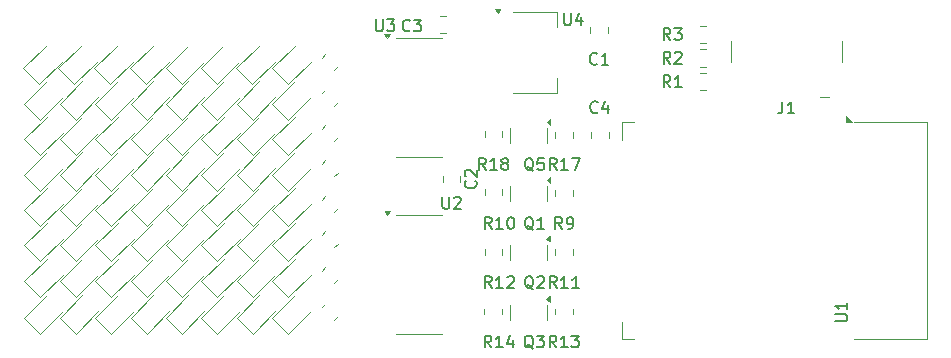
<source format=gbr>
%TF.GenerationSoftware,KiCad,Pcbnew,7.0.11-7.0.11~ubuntu22.04.1*%
%TF.CreationDate,2024-08-16T07:19:45+02:00*%
%TF.ProjectId,Fri3dGadget,46726933-6447-4616-9467-65742e6b6963,rev?*%
%TF.SameCoordinates,Original*%
%TF.FileFunction,Legend,Top*%
%TF.FilePolarity,Positive*%
%FSLAX46Y46*%
G04 Gerber Fmt 4.6, Leading zero omitted, Abs format (unit mm)*
G04 Created by KiCad (PCBNEW 7.0.11-7.0.11~ubuntu22.04.1) date 2024-08-16 07:19:45*
%MOMM*%
%LPD*%
G01*
G04 APERTURE LIST*
%ADD10C,0.150000*%
%ADD11C,0.120000*%
G04 APERTURE END LIST*
D10*
X121095833Y-46454819D02*
X120762500Y-45978628D01*
X120524405Y-46454819D02*
X120524405Y-45454819D01*
X120524405Y-45454819D02*
X120905357Y-45454819D01*
X120905357Y-45454819D02*
X121000595Y-45502438D01*
X121000595Y-45502438D02*
X121048214Y-45550057D01*
X121048214Y-45550057D02*
X121095833Y-45645295D01*
X121095833Y-45645295D02*
X121095833Y-45788152D01*
X121095833Y-45788152D02*
X121048214Y-45883390D01*
X121048214Y-45883390D02*
X121000595Y-45931009D01*
X121000595Y-45931009D02*
X120905357Y-45978628D01*
X120905357Y-45978628D02*
X120524405Y-45978628D01*
X121429167Y-45454819D02*
X122048214Y-45454819D01*
X122048214Y-45454819D02*
X121714881Y-45835771D01*
X121714881Y-45835771D02*
X121857738Y-45835771D01*
X121857738Y-45835771D02*
X121952976Y-45883390D01*
X121952976Y-45883390D02*
X122000595Y-45931009D01*
X122000595Y-45931009D02*
X122048214Y-46026247D01*
X122048214Y-46026247D02*
X122048214Y-46264342D01*
X122048214Y-46264342D02*
X122000595Y-46359580D01*
X122000595Y-46359580D02*
X121952976Y-46407200D01*
X121952976Y-46407200D02*
X121857738Y-46454819D01*
X121857738Y-46454819D02*
X121572024Y-46454819D01*
X121572024Y-46454819D02*
X121476786Y-46407200D01*
X121476786Y-46407200D02*
X121429167Y-46359580D01*
X111457142Y-67454819D02*
X111123809Y-66978628D01*
X110885714Y-67454819D02*
X110885714Y-66454819D01*
X110885714Y-66454819D02*
X111266666Y-66454819D01*
X111266666Y-66454819D02*
X111361904Y-66502438D01*
X111361904Y-66502438D02*
X111409523Y-66550057D01*
X111409523Y-66550057D02*
X111457142Y-66645295D01*
X111457142Y-66645295D02*
X111457142Y-66788152D01*
X111457142Y-66788152D02*
X111409523Y-66883390D01*
X111409523Y-66883390D02*
X111361904Y-66931009D01*
X111361904Y-66931009D02*
X111266666Y-66978628D01*
X111266666Y-66978628D02*
X110885714Y-66978628D01*
X112409523Y-67454819D02*
X111838095Y-67454819D01*
X112123809Y-67454819D02*
X112123809Y-66454819D01*
X112123809Y-66454819D02*
X112028571Y-66597676D01*
X112028571Y-66597676D02*
X111933333Y-66692914D01*
X111933333Y-66692914D02*
X111838095Y-66740533D01*
X113361904Y-67454819D02*
X112790476Y-67454819D01*
X113076190Y-67454819D02*
X113076190Y-66454819D01*
X113076190Y-66454819D02*
X112980952Y-66597676D01*
X112980952Y-66597676D02*
X112885714Y-66692914D01*
X112885714Y-66692914D02*
X112790476Y-66740533D01*
X121095833Y-48454819D02*
X120762500Y-47978628D01*
X120524405Y-48454819D02*
X120524405Y-47454819D01*
X120524405Y-47454819D02*
X120905357Y-47454819D01*
X120905357Y-47454819D02*
X121000595Y-47502438D01*
X121000595Y-47502438D02*
X121048214Y-47550057D01*
X121048214Y-47550057D02*
X121095833Y-47645295D01*
X121095833Y-47645295D02*
X121095833Y-47788152D01*
X121095833Y-47788152D02*
X121048214Y-47883390D01*
X121048214Y-47883390D02*
X121000595Y-47931009D01*
X121000595Y-47931009D02*
X120905357Y-47978628D01*
X120905357Y-47978628D02*
X120524405Y-47978628D01*
X121476786Y-47550057D02*
X121524405Y-47502438D01*
X121524405Y-47502438D02*
X121619643Y-47454819D01*
X121619643Y-47454819D02*
X121857738Y-47454819D01*
X121857738Y-47454819D02*
X121952976Y-47502438D01*
X121952976Y-47502438D02*
X122000595Y-47550057D01*
X122000595Y-47550057D02*
X122048214Y-47645295D01*
X122048214Y-47645295D02*
X122048214Y-47740533D01*
X122048214Y-47740533D02*
X122000595Y-47883390D01*
X122000595Y-47883390D02*
X121429167Y-48454819D01*
X121429167Y-48454819D02*
X122048214Y-48454819D01*
X111457142Y-57454819D02*
X111123809Y-56978628D01*
X110885714Y-57454819D02*
X110885714Y-56454819D01*
X110885714Y-56454819D02*
X111266666Y-56454819D01*
X111266666Y-56454819D02*
X111361904Y-56502438D01*
X111361904Y-56502438D02*
X111409523Y-56550057D01*
X111409523Y-56550057D02*
X111457142Y-56645295D01*
X111457142Y-56645295D02*
X111457142Y-56788152D01*
X111457142Y-56788152D02*
X111409523Y-56883390D01*
X111409523Y-56883390D02*
X111361904Y-56931009D01*
X111361904Y-56931009D02*
X111266666Y-56978628D01*
X111266666Y-56978628D02*
X110885714Y-56978628D01*
X112409523Y-57454819D02*
X111838095Y-57454819D01*
X112123809Y-57454819D02*
X112123809Y-56454819D01*
X112123809Y-56454819D02*
X112028571Y-56597676D01*
X112028571Y-56597676D02*
X111933333Y-56692914D01*
X111933333Y-56692914D02*
X111838095Y-56740533D01*
X112742857Y-56454819D02*
X113409523Y-56454819D01*
X113409523Y-56454819D02*
X112980952Y-57454819D01*
X104589580Y-58391666D02*
X104637200Y-58439285D01*
X104637200Y-58439285D02*
X104684819Y-58582142D01*
X104684819Y-58582142D02*
X104684819Y-58677380D01*
X104684819Y-58677380D02*
X104637200Y-58820237D01*
X104637200Y-58820237D02*
X104541961Y-58915475D01*
X104541961Y-58915475D02*
X104446723Y-58963094D01*
X104446723Y-58963094D02*
X104256247Y-59010713D01*
X104256247Y-59010713D02*
X104113390Y-59010713D01*
X104113390Y-59010713D02*
X103922914Y-58963094D01*
X103922914Y-58963094D02*
X103827676Y-58915475D01*
X103827676Y-58915475D02*
X103732438Y-58820237D01*
X103732438Y-58820237D02*
X103684819Y-58677380D01*
X103684819Y-58677380D02*
X103684819Y-58582142D01*
X103684819Y-58582142D02*
X103732438Y-58439285D01*
X103732438Y-58439285D02*
X103780057Y-58391666D01*
X103780057Y-58010713D02*
X103732438Y-57963094D01*
X103732438Y-57963094D02*
X103684819Y-57867856D01*
X103684819Y-57867856D02*
X103684819Y-57629761D01*
X103684819Y-57629761D02*
X103732438Y-57534523D01*
X103732438Y-57534523D02*
X103780057Y-57486904D01*
X103780057Y-57486904D02*
X103875295Y-57439285D01*
X103875295Y-57439285D02*
X103970533Y-57439285D01*
X103970533Y-57439285D02*
X104113390Y-57486904D01*
X104113390Y-57486904D02*
X104684819Y-58058332D01*
X104684819Y-58058332D02*
X104684819Y-57439285D01*
X112088095Y-44204819D02*
X112088095Y-45014342D01*
X112088095Y-45014342D02*
X112135714Y-45109580D01*
X112135714Y-45109580D02*
X112183333Y-45157200D01*
X112183333Y-45157200D02*
X112278571Y-45204819D01*
X112278571Y-45204819D02*
X112469047Y-45204819D01*
X112469047Y-45204819D02*
X112564285Y-45157200D01*
X112564285Y-45157200D02*
X112611904Y-45109580D01*
X112611904Y-45109580D02*
X112659523Y-45014342D01*
X112659523Y-45014342D02*
X112659523Y-44204819D01*
X113564285Y-44538152D02*
X113564285Y-45204819D01*
X113326190Y-44157200D02*
X113088095Y-44871485D01*
X113088095Y-44871485D02*
X113707142Y-44871485D01*
X121095833Y-50454819D02*
X120762500Y-49978628D01*
X120524405Y-50454819D02*
X120524405Y-49454819D01*
X120524405Y-49454819D02*
X120905357Y-49454819D01*
X120905357Y-49454819D02*
X121000595Y-49502438D01*
X121000595Y-49502438D02*
X121048214Y-49550057D01*
X121048214Y-49550057D02*
X121095833Y-49645295D01*
X121095833Y-49645295D02*
X121095833Y-49788152D01*
X121095833Y-49788152D02*
X121048214Y-49883390D01*
X121048214Y-49883390D02*
X121000595Y-49931009D01*
X121000595Y-49931009D02*
X120905357Y-49978628D01*
X120905357Y-49978628D02*
X120524405Y-49978628D01*
X122048214Y-50454819D02*
X121476786Y-50454819D01*
X121762500Y-50454819D02*
X121762500Y-49454819D01*
X121762500Y-49454819D02*
X121667262Y-49597676D01*
X121667262Y-49597676D02*
X121572024Y-49692914D01*
X121572024Y-49692914D02*
X121476786Y-49740533D01*
X105932142Y-72492319D02*
X105598809Y-72016128D01*
X105360714Y-72492319D02*
X105360714Y-71492319D01*
X105360714Y-71492319D02*
X105741666Y-71492319D01*
X105741666Y-71492319D02*
X105836904Y-71539938D01*
X105836904Y-71539938D02*
X105884523Y-71587557D01*
X105884523Y-71587557D02*
X105932142Y-71682795D01*
X105932142Y-71682795D02*
X105932142Y-71825652D01*
X105932142Y-71825652D02*
X105884523Y-71920890D01*
X105884523Y-71920890D02*
X105836904Y-71968509D01*
X105836904Y-71968509D02*
X105741666Y-72016128D01*
X105741666Y-72016128D02*
X105360714Y-72016128D01*
X106884523Y-72492319D02*
X106313095Y-72492319D01*
X106598809Y-72492319D02*
X106598809Y-71492319D01*
X106598809Y-71492319D02*
X106503571Y-71635176D01*
X106503571Y-71635176D02*
X106408333Y-71730414D01*
X106408333Y-71730414D02*
X106313095Y-71778033D01*
X107741666Y-71825652D02*
X107741666Y-72492319D01*
X107503571Y-71444700D02*
X107265476Y-72158985D01*
X107265476Y-72158985D02*
X107884523Y-72158985D01*
X114933333Y-52559580D02*
X114885714Y-52607200D01*
X114885714Y-52607200D02*
X114742857Y-52654819D01*
X114742857Y-52654819D02*
X114647619Y-52654819D01*
X114647619Y-52654819D02*
X114504762Y-52607200D01*
X114504762Y-52607200D02*
X114409524Y-52511961D01*
X114409524Y-52511961D02*
X114361905Y-52416723D01*
X114361905Y-52416723D02*
X114314286Y-52226247D01*
X114314286Y-52226247D02*
X114314286Y-52083390D01*
X114314286Y-52083390D02*
X114361905Y-51892914D01*
X114361905Y-51892914D02*
X114409524Y-51797676D01*
X114409524Y-51797676D02*
X114504762Y-51702438D01*
X114504762Y-51702438D02*
X114647619Y-51654819D01*
X114647619Y-51654819D02*
X114742857Y-51654819D01*
X114742857Y-51654819D02*
X114885714Y-51702438D01*
X114885714Y-51702438D02*
X114933333Y-51750057D01*
X115790476Y-51988152D02*
X115790476Y-52654819D01*
X115552381Y-51607200D02*
X115314286Y-52321485D01*
X115314286Y-52321485D02*
X115933333Y-52321485D01*
X111432142Y-72492319D02*
X111098809Y-72016128D01*
X110860714Y-72492319D02*
X110860714Y-71492319D01*
X110860714Y-71492319D02*
X111241666Y-71492319D01*
X111241666Y-71492319D02*
X111336904Y-71539938D01*
X111336904Y-71539938D02*
X111384523Y-71587557D01*
X111384523Y-71587557D02*
X111432142Y-71682795D01*
X111432142Y-71682795D02*
X111432142Y-71825652D01*
X111432142Y-71825652D02*
X111384523Y-71920890D01*
X111384523Y-71920890D02*
X111336904Y-71968509D01*
X111336904Y-71968509D02*
X111241666Y-72016128D01*
X111241666Y-72016128D02*
X110860714Y-72016128D01*
X112384523Y-72492319D02*
X111813095Y-72492319D01*
X112098809Y-72492319D02*
X112098809Y-71492319D01*
X112098809Y-71492319D02*
X112003571Y-71635176D01*
X112003571Y-71635176D02*
X111908333Y-71730414D01*
X111908333Y-71730414D02*
X111813095Y-71778033D01*
X112717857Y-71492319D02*
X113336904Y-71492319D01*
X113336904Y-71492319D02*
X113003571Y-71873271D01*
X113003571Y-71873271D02*
X113146428Y-71873271D01*
X113146428Y-71873271D02*
X113241666Y-71920890D01*
X113241666Y-71920890D02*
X113289285Y-71968509D01*
X113289285Y-71968509D02*
X113336904Y-72063747D01*
X113336904Y-72063747D02*
X113336904Y-72301842D01*
X113336904Y-72301842D02*
X113289285Y-72397080D01*
X113289285Y-72397080D02*
X113241666Y-72444700D01*
X113241666Y-72444700D02*
X113146428Y-72492319D01*
X113146428Y-72492319D02*
X112860714Y-72492319D01*
X112860714Y-72492319D02*
X112765476Y-72444700D01*
X112765476Y-72444700D02*
X112717857Y-72397080D01*
X105957142Y-67454819D02*
X105623809Y-66978628D01*
X105385714Y-67454819D02*
X105385714Y-66454819D01*
X105385714Y-66454819D02*
X105766666Y-66454819D01*
X105766666Y-66454819D02*
X105861904Y-66502438D01*
X105861904Y-66502438D02*
X105909523Y-66550057D01*
X105909523Y-66550057D02*
X105957142Y-66645295D01*
X105957142Y-66645295D02*
X105957142Y-66788152D01*
X105957142Y-66788152D02*
X105909523Y-66883390D01*
X105909523Y-66883390D02*
X105861904Y-66931009D01*
X105861904Y-66931009D02*
X105766666Y-66978628D01*
X105766666Y-66978628D02*
X105385714Y-66978628D01*
X106909523Y-67454819D02*
X106338095Y-67454819D01*
X106623809Y-67454819D02*
X106623809Y-66454819D01*
X106623809Y-66454819D02*
X106528571Y-66597676D01*
X106528571Y-66597676D02*
X106433333Y-66692914D01*
X106433333Y-66692914D02*
X106338095Y-66740533D01*
X107290476Y-66550057D02*
X107338095Y-66502438D01*
X107338095Y-66502438D02*
X107433333Y-66454819D01*
X107433333Y-66454819D02*
X107671428Y-66454819D01*
X107671428Y-66454819D02*
X107766666Y-66502438D01*
X107766666Y-66502438D02*
X107814285Y-66550057D01*
X107814285Y-66550057D02*
X107861904Y-66645295D01*
X107861904Y-66645295D02*
X107861904Y-66740533D01*
X107861904Y-66740533D02*
X107814285Y-66883390D01*
X107814285Y-66883390D02*
X107242857Y-67454819D01*
X107242857Y-67454819D02*
X107861904Y-67454819D01*
X135054819Y-70261904D02*
X135864342Y-70261904D01*
X135864342Y-70261904D02*
X135959580Y-70214285D01*
X135959580Y-70214285D02*
X136007200Y-70166666D01*
X136007200Y-70166666D02*
X136054819Y-70071428D01*
X136054819Y-70071428D02*
X136054819Y-69880952D01*
X136054819Y-69880952D02*
X136007200Y-69785714D01*
X136007200Y-69785714D02*
X135959580Y-69738095D01*
X135959580Y-69738095D02*
X135864342Y-69690476D01*
X135864342Y-69690476D02*
X135054819Y-69690476D01*
X136054819Y-68690476D02*
X136054819Y-69261904D01*
X136054819Y-68976190D02*
X135054819Y-68976190D01*
X135054819Y-68976190D02*
X135197676Y-69071428D01*
X135197676Y-69071428D02*
X135292914Y-69166666D01*
X135292914Y-69166666D02*
X135340533Y-69261904D01*
X109504761Y-62550057D02*
X109409523Y-62502438D01*
X109409523Y-62502438D02*
X109314285Y-62407200D01*
X109314285Y-62407200D02*
X109171428Y-62264342D01*
X109171428Y-62264342D02*
X109076190Y-62216723D01*
X109076190Y-62216723D02*
X108980952Y-62216723D01*
X109028571Y-62454819D02*
X108933333Y-62407200D01*
X108933333Y-62407200D02*
X108838095Y-62311961D01*
X108838095Y-62311961D02*
X108790476Y-62121485D01*
X108790476Y-62121485D02*
X108790476Y-61788152D01*
X108790476Y-61788152D02*
X108838095Y-61597676D01*
X108838095Y-61597676D02*
X108933333Y-61502438D01*
X108933333Y-61502438D02*
X109028571Y-61454819D01*
X109028571Y-61454819D02*
X109219047Y-61454819D01*
X109219047Y-61454819D02*
X109314285Y-61502438D01*
X109314285Y-61502438D02*
X109409523Y-61597676D01*
X109409523Y-61597676D02*
X109457142Y-61788152D01*
X109457142Y-61788152D02*
X109457142Y-62121485D01*
X109457142Y-62121485D02*
X109409523Y-62311961D01*
X109409523Y-62311961D02*
X109314285Y-62407200D01*
X109314285Y-62407200D02*
X109219047Y-62454819D01*
X109219047Y-62454819D02*
X109028571Y-62454819D01*
X110409523Y-62454819D02*
X109838095Y-62454819D01*
X110123809Y-62454819D02*
X110123809Y-61454819D01*
X110123809Y-61454819D02*
X110028571Y-61597676D01*
X110028571Y-61597676D02*
X109933333Y-61692914D01*
X109933333Y-61692914D02*
X109838095Y-61740533D01*
X109504761Y-57550057D02*
X109409523Y-57502438D01*
X109409523Y-57502438D02*
X109314285Y-57407200D01*
X109314285Y-57407200D02*
X109171428Y-57264342D01*
X109171428Y-57264342D02*
X109076190Y-57216723D01*
X109076190Y-57216723D02*
X108980952Y-57216723D01*
X109028571Y-57454819D02*
X108933333Y-57407200D01*
X108933333Y-57407200D02*
X108838095Y-57311961D01*
X108838095Y-57311961D02*
X108790476Y-57121485D01*
X108790476Y-57121485D02*
X108790476Y-56788152D01*
X108790476Y-56788152D02*
X108838095Y-56597676D01*
X108838095Y-56597676D02*
X108933333Y-56502438D01*
X108933333Y-56502438D02*
X109028571Y-56454819D01*
X109028571Y-56454819D02*
X109219047Y-56454819D01*
X109219047Y-56454819D02*
X109314285Y-56502438D01*
X109314285Y-56502438D02*
X109409523Y-56597676D01*
X109409523Y-56597676D02*
X109457142Y-56788152D01*
X109457142Y-56788152D02*
X109457142Y-57121485D01*
X109457142Y-57121485D02*
X109409523Y-57311961D01*
X109409523Y-57311961D02*
X109314285Y-57407200D01*
X109314285Y-57407200D02*
X109219047Y-57454819D01*
X109219047Y-57454819D02*
X109028571Y-57454819D01*
X110361904Y-56454819D02*
X109885714Y-56454819D01*
X109885714Y-56454819D02*
X109838095Y-56931009D01*
X109838095Y-56931009D02*
X109885714Y-56883390D01*
X109885714Y-56883390D02*
X109980952Y-56835771D01*
X109980952Y-56835771D02*
X110219047Y-56835771D01*
X110219047Y-56835771D02*
X110314285Y-56883390D01*
X110314285Y-56883390D02*
X110361904Y-56931009D01*
X110361904Y-56931009D02*
X110409523Y-57026247D01*
X110409523Y-57026247D02*
X110409523Y-57264342D01*
X110409523Y-57264342D02*
X110361904Y-57359580D01*
X110361904Y-57359580D02*
X110314285Y-57407200D01*
X110314285Y-57407200D02*
X110219047Y-57454819D01*
X110219047Y-57454819D02*
X109980952Y-57454819D01*
X109980952Y-57454819D02*
X109885714Y-57407200D01*
X109885714Y-57407200D02*
X109838095Y-57359580D01*
X105957142Y-62454819D02*
X105623809Y-61978628D01*
X105385714Y-62454819D02*
X105385714Y-61454819D01*
X105385714Y-61454819D02*
X105766666Y-61454819D01*
X105766666Y-61454819D02*
X105861904Y-61502438D01*
X105861904Y-61502438D02*
X105909523Y-61550057D01*
X105909523Y-61550057D02*
X105957142Y-61645295D01*
X105957142Y-61645295D02*
X105957142Y-61788152D01*
X105957142Y-61788152D02*
X105909523Y-61883390D01*
X105909523Y-61883390D02*
X105861904Y-61931009D01*
X105861904Y-61931009D02*
X105766666Y-61978628D01*
X105766666Y-61978628D02*
X105385714Y-61978628D01*
X106909523Y-62454819D02*
X106338095Y-62454819D01*
X106623809Y-62454819D02*
X106623809Y-61454819D01*
X106623809Y-61454819D02*
X106528571Y-61597676D01*
X106528571Y-61597676D02*
X106433333Y-61692914D01*
X106433333Y-61692914D02*
X106338095Y-61740533D01*
X107528571Y-61454819D02*
X107623809Y-61454819D01*
X107623809Y-61454819D02*
X107719047Y-61502438D01*
X107719047Y-61502438D02*
X107766666Y-61550057D01*
X107766666Y-61550057D02*
X107814285Y-61645295D01*
X107814285Y-61645295D02*
X107861904Y-61835771D01*
X107861904Y-61835771D02*
X107861904Y-62073866D01*
X107861904Y-62073866D02*
X107814285Y-62264342D01*
X107814285Y-62264342D02*
X107766666Y-62359580D01*
X107766666Y-62359580D02*
X107719047Y-62407200D01*
X107719047Y-62407200D02*
X107623809Y-62454819D01*
X107623809Y-62454819D02*
X107528571Y-62454819D01*
X107528571Y-62454819D02*
X107433333Y-62407200D01*
X107433333Y-62407200D02*
X107385714Y-62359580D01*
X107385714Y-62359580D02*
X107338095Y-62264342D01*
X107338095Y-62264342D02*
X107290476Y-62073866D01*
X107290476Y-62073866D02*
X107290476Y-61835771D01*
X107290476Y-61835771D02*
X107338095Y-61645295D01*
X107338095Y-61645295D02*
X107385714Y-61550057D01*
X107385714Y-61550057D02*
X107433333Y-61502438D01*
X107433333Y-61502438D02*
X107528571Y-61454819D01*
X99033333Y-45634580D02*
X98985714Y-45682200D01*
X98985714Y-45682200D02*
X98842857Y-45729819D01*
X98842857Y-45729819D02*
X98747619Y-45729819D01*
X98747619Y-45729819D02*
X98604762Y-45682200D01*
X98604762Y-45682200D02*
X98509524Y-45586961D01*
X98509524Y-45586961D02*
X98461905Y-45491723D01*
X98461905Y-45491723D02*
X98414286Y-45301247D01*
X98414286Y-45301247D02*
X98414286Y-45158390D01*
X98414286Y-45158390D02*
X98461905Y-44967914D01*
X98461905Y-44967914D02*
X98509524Y-44872676D01*
X98509524Y-44872676D02*
X98604762Y-44777438D01*
X98604762Y-44777438D02*
X98747619Y-44729819D01*
X98747619Y-44729819D02*
X98842857Y-44729819D01*
X98842857Y-44729819D02*
X98985714Y-44777438D01*
X98985714Y-44777438D02*
X99033333Y-44825057D01*
X99366667Y-44729819D02*
X99985714Y-44729819D01*
X99985714Y-44729819D02*
X99652381Y-45110771D01*
X99652381Y-45110771D02*
X99795238Y-45110771D01*
X99795238Y-45110771D02*
X99890476Y-45158390D01*
X99890476Y-45158390D02*
X99938095Y-45206009D01*
X99938095Y-45206009D02*
X99985714Y-45301247D01*
X99985714Y-45301247D02*
X99985714Y-45539342D01*
X99985714Y-45539342D02*
X99938095Y-45634580D01*
X99938095Y-45634580D02*
X99890476Y-45682200D01*
X99890476Y-45682200D02*
X99795238Y-45729819D01*
X99795238Y-45729819D02*
X99509524Y-45729819D01*
X99509524Y-45729819D02*
X99414286Y-45682200D01*
X99414286Y-45682200D02*
X99366667Y-45634580D01*
X109479761Y-72587557D02*
X109384523Y-72539938D01*
X109384523Y-72539938D02*
X109289285Y-72444700D01*
X109289285Y-72444700D02*
X109146428Y-72301842D01*
X109146428Y-72301842D02*
X109051190Y-72254223D01*
X109051190Y-72254223D02*
X108955952Y-72254223D01*
X109003571Y-72492319D02*
X108908333Y-72444700D01*
X108908333Y-72444700D02*
X108813095Y-72349461D01*
X108813095Y-72349461D02*
X108765476Y-72158985D01*
X108765476Y-72158985D02*
X108765476Y-71825652D01*
X108765476Y-71825652D02*
X108813095Y-71635176D01*
X108813095Y-71635176D02*
X108908333Y-71539938D01*
X108908333Y-71539938D02*
X109003571Y-71492319D01*
X109003571Y-71492319D02*
X109194047Y-71492319D01*
X109194047Y-71492319D02*
X109289285Y-71539938D01*
X109289285Y-71539938D02*
X109384523Y-71635176D01*
X109384523Y-71635176D02*
X109432142Y-71825652D01*
X109432142Y-71825652D02*
X109432142Y-72158985D01*
X109432142Y-72158985D02*
X109384523Y-72349461D01*
X109384523Y-72349461D02*
X109289285Y-72444700D01*
X109289285Y-72444700D02*
X109194047Y-72492319D01*
X109194047Y-72492319D02*
X109003571Y-72492319D01*
X109765476Y-71492319D02*
X110384523Y-71492319D01*
X110384523Y-71492319D02*
X110051190Y-71873271D01*
X110051190Y-71873271D02*
X110194047Y-71873271D01*
X110194047Y-71873271D02*
X110289285Y-71920890D01*
X110289285Y-71920890D02*
X110336904Y-71968509D01*
X110336904Y-71968509D02*
X110384523Y-72063747D01*
X110384523Y-72063747D02*
X110384523Y-72301842D01*
X110384523Y-72301842D02*
X110336904Y-72397080D01*
X110336904Y-72397080D02*
X110289285Y-72444700D01*
X110289285Y-72444700D02*
X110194047Y-72492319D01*
X110194047Y-72492319D02*
X109908333Y-72492319D01*
X109908333Y-72492319D02*
X109813095Y-72444700D01*
X109813095Y-72444700D02*
X109765476Y-72397080D01*
X111933333Y-62454819D02*
X111600000Y-61978628D01*
X111361905Y-62454819D02*
X111361905Y-61454819D01*
X111361905Y-61454819D02*
X111742857Y-61454819D01*
X111742857Y-61454819D02*
X111838095Y-61502438D01*
X111838095Y-61502438D02*
X111885714Y-61550057D01*
X111885714Y-61550057D02*
X111933333Y-61645295D01*
X111933333Y-61645295D02*
X111933333Y-61788152D01*
X111933333Y-61788152D02*
X111885714Y-61883390D01*
X111885714Y-61883390D02*
X111838095Y-61931009D01*
X111838095Y-61931009D02*
X111742857Y-61978628D01*
X111742857Y-61978628D02*
X111361905Y-61978628D01*
X112409524Y-62454819D02*
X112600000Y-62454819D01*
X112600000Y-62454819D02*
X112695238Y-62407200D01*
X112695238Y-62407200D02*
X112742857Y-62359580D01*
X112742857Y-62359580D02*
X112838095Y-62216723D01*
X112838095Y-62216723D02*
X112885714Y-62026247D01*
X112885714Y-62026247D02*
X112885714Y-61645295D01*
X112885714Y-61645295D02*
X112838095Y-61550057D01*
X112838095Y-61550057D02*
X112790476Y-61502438D01*
X112790476Y-61502438D02*
X112695238Y-61454819D01*
X112695238Y-61454819D02*
X112504762Y-61454819D01*
X112504762Y-61454819D02*
X112409524Y-61502438D01*
X112409524Y-61502438D02*
X112361905Y-61550057D01*
X112361905Y-61550057D02*
X112314286Y-61645295D01*
X112314286Y-61645295D02*
X112314286Y-61883390D01*
X112314286Y-61883390D02*
X112361905Y-61978628D01*
X112361905Y-61978628D02*
X112409524Y-62026247D01*
X112409524Y-62026247D02*
X112504762Y-62073866D01*
X112504762Y-62073866D02*
X112695238Y-62073866D01*
X112695238Y-62073866D02*
X112790476Y-62026247D01*
X112790476Y-62026247D02*
X112838095Y-61978628D01*
X112838095Y-61978628D02*
X112885714Y-61883390D01*
X96163095Y-44704819D02*
X96163095Y-45514342D01*
X96163095Y-45514342D02*
X96210714Y-45609580D01*
X96210714Y-45609580D02*
X96258333Y-45657200D01*
X96258333Y-45657200D02*
X96353571Y-45704819D01*
X96353571Y-45704819D02*
X96544047Y-45704819D01*
X96544047Y-45704819D02*
X96639285Y-45657200D01*
X96639285Y-45657200D02*
X96686904Y-45609580D01*
X96686904Y-45609580D02*
X96734523Y-45514342D01*
X96734523Y-45514342D02*
X96734523Y-44704819D01*
X97115476Y-44704819D02*
X97734523Y-44704819D01*
X97734523Y-44704819D02*
X97401190Y-45085771D01*
X97401190Y-45085771D02*
X97544047Y-45085771D01*
X97544047Y-45085771D02*
X97639285Y-45133390D01*
X97639285Y-45133390D02*
X97686904Y-45181009D01*
X97686904Y-45181009D02*
X97734523Y-45276247D01*
X97734523Y-45276247D02*
X97734523Y-45514342D01*
X97734523Y-45514342D02*
X97686904Y-45609580D01*
X97686904Y-45609580D02*
X97639285Y-45657200D01*
X97639285Y-45657200D02*
X97544047Y-45704819D01*
X97544047Y-45704819D02*
X97258333Y-45704819D01*
X97258333Y-45704819D02*
X97163095Y-45657200D01*
X97163095Y-45657200D02*
X97115476Y-45609580D01*
X130586666Y-51674819D02*
X130586666Y-52389104D01*
X130586666Y-52389104D02*
X130539047Y-52531961D01*
X130539047Y-52531961D02*
X130443809Y-52627200D01*
X130443809Y-52627200D02*
X130300952Y-52674819D01*
X130300952Y-52674819D02*
X130205714Y-52674819D01*
X131586666Y-52674819D02*
X131015238Y-52674819D01*
X131300952Y-52674819D02*
X131300952Y-51674819D01*
X131300952Y-51674819D02*
X131205714Y-51817676D01*
X131205714Y-51817676D02*
X131110476Y-51912914D01*
X131110476Y-51912914D02*
X131015238Y-51960533D01*
X109504761Y-67550057D02*
X109409523Y-67502438D01*
X109409523Y-67502438D02*
X109314285Y-67407200D01*
X109314285Y-67407200D02*
X109171428Y-67264342D01*
X109171428Y-67264342D02*
X109076190Y-67216723D01*
X109076190Y-67216723D02*
X108980952Y-67216723D01*
X109028571Y-67454819D02*
X108933333Y-67407200D01*
X108933333Y-67407200D02*
X108838095Y-67311961D01*
X108838095Y-67311961D02*
X108790476Y-67121485D01*
X108790476Y-67121485D02*
X108790476Y-66788152D01*
X108790476Y-66788152D02*
X108838095Y-66597676D01*
X108838095Y-66597676D02*
X108933333Y-66502438D01*
X108933333Y-66502438D02*
X109028571Y-66454819D01*
X109028571Y-66454819D02*
X109219047Y-66454819D01*
X109219047Y-66454819D02*
X109314285Y-66502438D01*
X109314285Y-66502438D02*
X109409523Y-66597676D01*
X109409523Y-66597676D02*
X109457142Y-66788152D01*
X109457142Y-66788152D02*
X109457142Y-67121485D01*
X109457142Y-67121485D02*
X109409523Y-67311961D01*
X109409523Y-67311961D02*
X109314285Y-67407200D01*
X109314285Y-67407200D02*
X109219047Y-67454819D01*
X109219047Y-67454819D02*
X109028571Y-67454819D01*
X109838095Y-66550057D02*
X109885714Y-66502438D01*
X109885714Y-66502438D02*
X109980952Y-66454819D01*
X109980952Y-66454819D02*
X110219047Y-66454819D01*
X110219047Y-66454819D02*
X110314285Y-66502438D01*
X110314285Y-66502438D02*
X110361904Y-66550057D01*
X110361904Y-66550057D02*
X110409523Y-66645295D01*
X110409523Y-66645295D02*
X110409523Y-66740533D01*
X110409523Y-66740533D02*
X110361904Y-66883390D01*
X110361904Y-66883390D02*
X109790476Y-67454819D01*
X109790476Y-67454819D02*
X110409523Y-67454819D01*
X114883333Y-48459580D02*
X114835714Y-48507200D01*
X114835714Y-48507200D02*
X114692857Y-48554819D01*
X114692857Y-48554819D02*
X114597619Y-48554819D01*
X114597619Y-48554819D02*
X114454762Y-48507200D01*
X114454762Y-48507200D02*
X114359524Y-48411961D01*
X114359524Y-48411961D02*
X114311905Y-48316723D01*
X114311905Y-48316723D02*
X114264286Y-48126247D01*
X114264286Y-48126247D02*
X114264286Y-47983390D01*
X114264286Y-47983390D02*
X114311905Y-47792914D01*
X114311905Y-47792914D02*
X114359524Y-47697676D01*
X114359524Y-47697676D02*
X114454762Y-47602438D01*
X114454762Y-47602438D02*
X114597619Y-47554819D01*
X114597619Y-47554819D02*
X114692857Y-47554819D01*
X114692857Y-47554819D02*
X114835714Y-47602438D01*
X114835714Y-47602438D02*
X114883333Y-47650057D01*
X115835714Y-48554819D02*
X115264286Y-48554819D01*
X115550000Y-48554819D02*
X115550000Y-47554819D01*
X115550000Y-47554819D02*
X115454762Y-47697676D01*
X115454762Y-47697676D02*
X115359524Y-47792914D01*
X115359524Y-47792914D02*
X115264286Y-47840533D01*
X101793095Y-59739819D02*
X101793095Y-60549342D01*
X101793095Y-60549342D02*
X101840714Y-60644580D01*
X101840714Y-60644580D02*
X101888333Y-60692200D01*
X101888333Y-60692200D02*
X101983571Y-60739819D01*
X101983571Y-60739819D02*
X102174047Y-60739819D01*
X102174047Y-60739819D02*
X102269285Y-60692200D01*
X102269285Y-60692200D02*
X102316904Y-60644580D01*
X102316904Y-60644580D02*
X102364523Y-60549342D01*
X102364523Y-60549342D02*
X102364523Y-59739819D01*
X102793095Y-59835057D02*
X102840714Y-59787438D01*
X102840714Y-59787438D02*
X102935952Y-59739819D01*
X102935952Y-59739819D02*
X103174047Y-59739819D01*
X103174047Y-59739819D02*
X103269285Y-59787438D01*
X103269285Y-59787438D02*
X103316904Y-59835057D01*
X103316904Y-59835057D02*
X103364523Y-59930295D01*
X103364523Y-59930295D02*
X103364523Y-60025533D01*
X103364523Y-60025533D02*
X103316904Y-60168390D01*
X103316904Y-60168390D02*
X102745476Y-60739819D01*
X102745476Y-60739819D02*
X103364523Y-60739819D01*
X105457142Y-57454819D02*
X105123809Y-56978628D01*
X104885714Y-57454819D02*
X104885714Y-56454819D01*
X104885714Y-56454819D02*
X105266666Y-56454819D01*
X105266666Y-56454819D02*
X105361904Y-56502438D01*
X105361904Y-56502438D02*
X105409523Y-56550057D01*
X105409523Y-56550057D02*
X105457142Y-56645295D01*
X105457142Y-56645295D02*
X105457142Y-56788152D01*
X105457142Y-56788152D02*
X105409523Y-56883390D01*
X105409523Y-56883390D02*
X105361904Y-56931009D01*
X105361904Y-56931009D02*
X105266666Y-56978628D01*
X105266666Y-56978628D02*
X104885714Y-56978628D01*
X106409523Y-57454819D02*
X105838095Y-57454819D01*
X106123809Y-57454819D02*
X106123809Y-56454819D01*
X106123809Y-56454819D02*
X106028571Y-56597676D01*
X106028571Y-56597676D02*
X105933333Y-56692914D01*
X105933333Y-56692914D02*
X105838095Y-56740533D01*
X106980952Y-56883390D02*
X106885714Y-56835771D01*
X106885714Y-56835771D02*
X106838095Y-56788152D01*
X106838095Y-56788152D02*
X106790476Y-56692914D01*
X106790476Y-56692914D02*
X106790476Y-56645295D01*
X106790476Y-56645295D02*
X106838095Y-56550057D01*
X106838095Y-56550057D02*
X106885714Y-56502438D01*
X106885714Y-56502438D02*
X106980952Y-56454819D01*
X106980952Y-56454819D02*
X107171428Y-56454819D01*
X107171428Y-56454819D02*
X107266666Y-56502438D01*
X107266666Y-56502438D02*
X107314285Y-56550057D01*
X107314285Y-56550057D02*
X107361904Y-56645295D01*
X107361904Y-56645295D02*
X107361904Y-56692914D01*
X107361904Y-56692914D02*
X107314285Y-56788152D01*
X107314285Y-56788152D02*
X107266666Y-56835771D01*
X107266666Y-56835771D02*
X107171428Y-56883390D01*
X107171428Y-56883390D02*
X106980952Y-56883390D01*
X106980952Y-56883390D02*
X106885714Y-56931009D01*
X106885714Y-56931009D02*
X106838095Y-56978628D01*
X106838095Y-56978628D02*
X106790476Y-57073866D01*
X106790476Y-57073866D02*
X106790476Y-57264342D01*
X106790476Y-57264342D02*
X106838095Y-57359580D01*
X106838095Y-57359580D02*
X106885714Y-57407200D01*
X106885714Y-57407200D02*
X106980952Y-57454819D01*
X106980952Y-57454819D02*
X107171428Y-57454819D01*
X107171428Y-57454819D02*
X107266666Y-57407200D01*
X107266666Y-57407200D02*
X107314285Y-57359580D01*
X107314285Y-57359580D02*
X107361904Y-57264342D01*
X107361904Y-57264342D02*
X107361904Y-57073866D01*
X107361904Y-57073866D02*
X107314285Y-56978628D01*
X107314285Y-56978628D02*
X107266666Y-56931009D01*
X107266666Y-56931009D02*
X107171428Y-56883390D01*
D11*
%TO.C,R3*%
X124077064Y-46735000D02*
X123622936Y-46735000D01*
X124077064Y-45265000D02*
X123622936Y-45265000D01*
%TO.C,R11*%
X111365000Y-64639564D02*
X111365000Y-64185436D01*
X112835000Y-64639564D02*
X112835000Y-64185436D01*
%TO.C,D51*%
X78392616Y-66867417D02*
X79750261Y-68225062D01*
X79750261Y-68225062D02*
X81648842Y-66326481D01*
X80291197Y-64968836D02*
X78392616Y-66867417D01*
%TO.C,R2*%
X124077064Y-48735000D02*
X123622936Y-48735000D01*
X124077064Y-47265000D02*
X123622936Y-47265000D01*
%TO.C,R8*%
X91564953Y-59977922D02*
X91886070Y-59656805D01*
X92604400Y-61017369D02*
X92925517Y-60696252D01*
%TO.C,D9*%
X66392616Y-51849739D02*
X67750261Y-53207384D01*
X67750261Y-53207384D02*
X69648842Y-51308803D01*
X68291197Y-49951158D02*
X66392616Y-51849739D01*
%TO.C,D41*%
X72392616Y-60849739D02*
X73750261Y-62207384D01*
X73750261Y-62207384D02*
X75648842Y-60308803D01*
X74291197Y-58951158D02*
X72392616Y-60849739D01*
%TO.C,R15*%
X91564953Y-62977922D02*
X91886070Y-62656805D01*
X92604400Y-64017369D02*
X92925517Y-63696252D01*
%TO.C,D36*%
X66392616Y-69975565D02*
X67750261Y-71333210D01*
X67750261Y-71333210D02*
X69648842Y-69434629D01*
X68291197Y-68076984D02*
X66392616Y-69975565D01*
%TO.C,R6*%
X91564953Y-53977922D02*
X91886070Y-53656805D01*
X92604400Y-55017369D02*
X92925517Y-54696252D01*
%TO.C,R17*%
X111365000Y-54727064D02*
X111365000Y-54272936D01*
X112835000Y-54727064D02*
X112835000Y-54272936D01*
%TO.C,D25*%
X78392616Y-54849739D02*
X79750261Y-56207384D01*
X79750261Y-56207384D02*
X81648842Y-54308803D01*
X80291197Y-52951158D02*
X78392616Y-54849739D01*
%TO.C,C2*%
X103285000Y-57963748D02*
X103285000Y-58486252D01*
X101815000Y-57963748D02*
X101815000Y-58486252D01*
%TO.C,D43*%
X72392616Y-66867417D02*
X73750261Y-68225062D01*
X73750261Y-68225062D02*
X75648842Y-66326481D01*
X74291197Y-64968836D02*
X72392616Y-66867417D01*
%TO.C,U4*%
X107750000Y-44090000D02*
X111510000Y-44090000D01*
X107750000Y-50910000D02*
X111510000Y-50910000D01*
X111510000Y-44090000D02*
X111510000Y-45350000D01*
X111510000Y-50910000D02*
X111510000Y-49650000D01*
X106470000Y-44190000D02*
X106230000Y-43860000D01*
X106710000Y-43860000D01*
X106470000Y-44190000D01*
G36*
X106470000Y-44190000D02*
G01*
X106230000Y-43860000D01*
X106710000Y-43860000D01*
X106470000Y-44190000D01*
G37*
%TO.C,D15*%
X84392616Y-51849739D02*
X85750261Y-53207384D01*
X85750261Y-53207384D02*
X87648842Y-51308803D01*
X86291197Y-49951158D02*
X84392616Y-51849739D01*
%TO.C,R5*%
X91564953Y-50977922D02*
X91886070Y-50656805D01*
X92604400Y-52017369D02*
X92925517Y-51696252D01*
%TO.C,D63*%
X87392616Y-66867417D02*
X88750261Y-68225062D01*
X88750261Y-68225062D02*
X90648842Y-66326481D01*
X89291197Y-64968836D02*
X87392616Y-66867417D01*
%TO.C,D10*%
X69392616Y-51849739D02*
X70750261Y-53207384D01*
X70750261Y-53207384D02*
X72648842Y-51308803D01*
X71291197Y-49951158D02*
X69392616Y-51849739D01*
%TO.C,D61*%
X87392616Y-60849739D02*
X88750261Y-62207384D01*
X88750261Y-62207384D02*
X90648842Y-60308803D01*
X89291197Y-58951158D02*
X87392616Y-60849739D01*
%TO.C,D8*%
X87392616Y-48849739D02*
X88750261Y-50207384D01*
X88750261Y-50207384D02*
X90648842Y-48308803D01*
X89291197Y-46951158D02*
X87392616Y-48849739D01*
%TO.C,D38*%
X69392616Y-63849739D02*
X70750261Y-65207384D01*
X70750261Y-65207384D02*
X72648842Y-63308803D01*
X71291197Y-61951158D02*
X69392616Y-63849739D01*
%TO.C,D58*%
X84392616Y-63849739D02*
X85750261Y-65207384D01*
X85750261Y-65207384D02*
X87648842Y-63308803D01*
X86291197Y-61951158D02*
X84392616Y-63849739D01*
%TO.C,D28*%
X81392616Y-57849739D02*
X82750261Y-59207384D01*
X82750261Y-59207384D02*
X84648842Y-57308803D01*
X83291197Y-55951158D02*
X81392616Y-57849739D01*
%TO.C,D7*%
X84352616Y-48849739D02*
X85710261Y-50207384D01*
X85710261Y-50207384D02*
X87608842Y-48308803D01*
X86251197Y-46951158D02*
X84352616Y-48849739D01*
%TO.C,D34*%
X66392616Y-63849739D02*
X67750261Y-65207384D01*
X67750261Y-65207384D02*
X69648842Y-63308803D01*
X68291197Y-61951158D02*
X66392616Y-63849739D01*
%TO.C,D27*%
X81392616Y-54849739D02*
X82750261Y-56207384D01*
X82750261Y-56207384D02*
X84648842Y-54308803D01*
X83291197Y-52951158D02*
X81392616Y-54849739D01*
%TO.C,D62*%
X87392616Y-63849739D02*
X88750261Y-65207384D01*
X88750261Y-65207384D02*
X90648842Y-63308803D01*
X89291197Y-61951158D02*
X87392616Y-63849739D01*
%TO.C,D40*%
X69392616Y-69975565D02*
X70750261Y-71333210D01*
X70750261Y-71333210D02*
X72648842Y-69434629D01*
X71291197Y-68076984D02*
X69392616Y-69975565D01*
%TO.C,D50*%
X78392616Y-63849739D02*
X79750261Y-65207384D01*
X79750261Y-65207384D02*
X81648842Y-63308803D01*
X80291197Y-61951158D02*
X78392616Y-63849739D01*
%TO.C,D48*%
X75392616Y-69975565D02*
X76750261Y-71333210D01*
X76750261Y-71333210D02*
X78648842Y-69434629D01*
X77291197Y-68076984D02*
X75392616Y-69975565D01*
%TO.C,D13*%
X78392616Y-51849739D02*
X79750261Y-53207384D01*
X79750261Y-53207384D02*
X81648842Y-51308803D01*
X80291197Y-49951158D02*
X78392616Y-51849739D01*
%TO.C,D33*%
X66392616Y-60849739D02*
X67750261Y-62207384D01*
X67750261Y-62207384D02*
X69648842Y-60308803D01*
X68291197Y-58951158D02*
X66392616Y-60849739D01*
%TO.C,R1*%
X124077064Y-50735000D02*
X123622936Y-50735000D01*
X124077064Y-49265000D02*
X123622936Y-49265000D01*
%TO.C,R14*%
X106810000Y-69222936D02*
X106810000Y-69677064D01*
X105340000Y-69222936D02*
X105340000Y-69677064D01*
%TO.C,D32*%
X87392616Y-57849739D02*
X88750261Y-59207384D01*
X88750261Y-59207384D02*
X90648842Y-57308803D01*
X89291197Y-55951158D02*
X87392616Y-57849739D01*
%TO.C,D19*%
X69392616Y-54849739D02*
X70750261Y-56207384D01*
X70750261Y-56207384D02*
X72648842Y-54308803D01*
X71291197Y-52951158D02*
X69392616Y-54849739D01*
%TO.C,D45*%
X75392616Y-60849739D02*
X76750261Y-62207384D01*
X76750261Y-62207384D02*
X78648842Y-60308803D01*
X77291197Y-58951158D02*
X75392616Y-60849739D01*
%TO.C,D17*%
X66392616Y-54849739D02*
X67750261Y-56207384D01*
X67750261Y-56207384D02*
X69648842Y-54308803D01*
X68291197Y-52951158D02*
X66392616Y-54849739D01*
%TO.C,C4*%
X115860000Y-54238748D02*
X115860000Y-54761252D01*
X114390000Y-54238748D02*
X114390000Y-54761252D01*
%TO.C,D60*%
X84392616Y-69975565D02*
X85750261Y-71333210D01*
X85750261Y-71333210D02*
X87648842Y-69434629D01*
X86291197Y-68076984D02*
X84392616Y-69975565D01*
%TO.C,R13*%
X111340000Y-69677064D02*
X111340000Y-69222936D01*
X112810000Y-69677064D02*
X112810000Y-69222936D01*
%TO.C,D14*%
X81392616Y-51849739D02*
X82750261Y-53207384D01*
X82750261Y-53207384D02*
X84648842Y-51308803D01*
X83291197Y-49951158D02*
X81392616Y-51849739D01*
%TO.C,D22*%
X72392616Y-57849739D02*
X73750261Y-59207384D01*
X73750261Y-59207384D02*
X75648842Y-57308803D01*
X74291197Y-55951158D02*
X72392616Y-57849739D01*
%TO.C,R12*%
X106835000Y-64185436D02*
X106835000Y-64639564D01*
X105365000Y-64185436D02*
X105365000Y-64639564D01*
%TO.C,D5*%
X78392616Y-48849739D02*
X79750261Y-50207384D01*
X79750261Y-50207384D02*
X81648842Y-48308803D01*
X80291197Y-46951158D02*
X78392616Y-48849739D01*
%TO.C,D37*%
X69392616Y-60849739D02*
X70750261Y-62207384D01*
X70750261Y-62207384D02*
X72648842Y-60308803D01*
X71291197Y-58951158D02*
X69392616Y-60849739D01*
%TO.C,D44*%
X72392616Y-69975565D02*
X73750261Y-71333210D01*
X73750261Y-71333210D02*
X75648842Y-69434629D01*
X74291197Y-68076984D02*
X72392616Y-69975565D01*
%TO.C,U1*%
X142860000Y-53400000D02*
X136660000Y-53400000D01*
X142860000Y-53400000D02*
X142860000Y-71800000D01*
X118010000Y-53400000D02*
X117010000Y-53400000D01*
X117010000Y-53400000D02*
X117010000Y-54900000D01*
X142860000Y-71800000D02*
X136660000Y-71800000D01*
X117010000Y-71800000D02*
X117010000Y-70300000D01*
X117010000Y-71800000D02*
X118010000Y-71800000D01*
X136485000Y-53400000D02*
X135985000Y-53400000D01*
X135985000Y-52900000D01*
X136485000Y-53400000D01*
G36*
X136485000Y-53400000D02*
G01*
X135985000Y-53400000D01*
X135985000Y-52900000D01*
X136485000Y-53400000D01*
G37*
%TO.C,D11*%
X72392616Y-51849739D02*
X73750261Y-53207384D01*
X73750261Y-53207384D02*
X75648842Y-51308803D01*
X74291197Y-49951158D02*
X72392616Y-51849739D01*
%TO.C,Q1*%
X110660000Y-59475000D02*
X110660000Y-58825000D01*
X110660000Y-59475000D02*
X110660000Y-60125000D01*
X107540000Y-59475000D02*
X107540000Y-58825000D01*
X107540000Y-59475000D02*
X107540000Y-60125000D01*
X110940000Y-58552500D02*
X110610000Y-58312500D01*
X110940000Y-58072500D01*
X110940000Y-58552500D01*
G36*
X110940000Y-58552500D02*
G01*
X110610000Y-58312500D01*
X110940000Y-58072500D01*
X110940000Y-58552500D01*
G37*
%TO.C,Q5*%
X110660000Y-54562500D02*
X110660000Y-53912500D01*
X110660000Y-54562500D02*
X110660000Y-55212500D01*
X107540000Y-54562500D02*
X107540000Y-53912500D01*
X107540000Y-54562500D02*
X107540000Y-55212500D01*
X110940000Y-53640000D02*
X110610000Y-53400000D01*
X110940000Y-53160000D01*
X110940000Y-53640000D01*
G36*
X110940000Y-53640000D02*
G01*
X110610000Y-53400000D01*
X110940000Y-53160000D01*
X110940000Y-53640000D01*
G37*
%TO.C,D55*%
X81392616Y-66867417D02*
X82750261Y-68225062D01*
X82750261Y-68225062D02*
X84648842Y-66326481D01*
X83291197Y-64968836D02*
X81392616Y-66867417D01*
%TO.C,R10*%
X106835000Y-59097936D02*
X106835000Y-59552064D01*
X105365000Y-59097936D02*
X105365000Y-59552064D01*
%TO.C,C3*%
X102086252Y-45860000D02*
X101563748Y-45860000D01*
X102086252Y-44390000D02*
X101563748Y-44390000D01*
%TO.C,D29*%
X84392616Y-54849739D02*
X85750261Y-56207384D01*
X85750261Y-56207384D02*
X87648842Y-54308803D01*
X86291197Y-52951158D02*
X84392616Y-54849739D01*
%TO.C,D39*%
X69392616Y-66867417D02*
X70750261Y-68225062D01*
X70750261Y-68225062D02*
X72648842Y-66326481D01*
X71291197Y-64968836D02*
X69392616Y-66867417D01*
%TO.C,D47*%
X75392616Y-66867417D02*
X76750261Y-68225062D01*
X76750261Y-68225062D02*
X78648842Y-66326481D01*
X77291197Y-64968836D02*
X75392616Y-66867417D01*
%TO.C,D46*%
X75392616Y-63849739D02*
X76750261Y-65207384D01*
X76750261Y-65207384D02*
X78648842Y-63308803D01*
X77291197Y-61951158D02*
X75392616Y-63849739D01*
%TO.C,D35*%
X66392616Y-66867417D02*
X67750261Y-68225062D01*
X67750261Y-68225062D02*
X69648842Y-66326481D01*
X68291197Y-64968836D02*
X66392616Y-66867417D01*
%TO.C,Q3*%
X110635000Y-69537500D02*
X110635000Y-68887500D01*
X110635000Y-69537500D02*
X110635000Y-70187500D01*
X107515000Y-69537500D02*
X107515000Y-68887500D01*
X107515000Y-69537500D02*
X107515000Y-70187500D01*
X110915000Y-68615000D02*
X110585000Y-68375000D01*
X110915000Y-68135000D01*
X110915000Y-68615000D01*
G36*
X110915000Y-68615000D02*
G01*
X110585000Y-68375000D01*
X110915000Y-68135000D01*
X110915000Y-68615000D01*
G37*
%TO.C,D6*%
X81312616Y-48849739D02*
X82670261Y-50207384D01*
X82670261Y-50207384D02*
X84568842Y-48308803D01*
X83211197Y-46951158D02*
X81312616Y-48849739D01*
%TO.C,R9*%
X111365000Y-59639564D02*
X111365000Y-59185436D01*
X112835000Y-59639564D02*
X112835000Y-59185436D01*
%TO.C,U3*%
X99825000Y-46260000D02*
X97875000Y-46260000D01*
X99825000Y-46260000D02*
X101775000Y-46260000D01*
X99825000Y-56380000D02*
X97875000Y-56380000D01*
X99825000Y-56380000D02*
X101775000Y-56380000D01*
X97125000Y-46315000D02*
X96885000Y-45985000D01*
X97365000Y-45985000D01*
X97125000Y-46315000D01*
G36*
X97125000Y-46315000D02*
G01*
X96885000Y-45985000D01*
X97365000Y-45985000D01*
X97125000Y-46315000D01*
G37*
%TO.C,J1*%
X135620000Y-48355000D02*
X135620000Y-46575000D01*
X133720000Y-51275000D02*
X134520000Y-51275000D01*
X126220000Y-48355000D02*
X126220000Y-46575000D01*
%TO.C,D26*%
X78392616Y-57849739D02*
X79750261Y-59207384D01*
X79750261Y-59207384D02*
X81648842Y-57308803D01*
X80291197Y-55951158D02*
X78392616Y-57849739D01*
%TO.C,D1*%
X66312616Y-48849739D02*
X67670261Y-50207384D01*
X67670261Y-50207384D02*
X69568842Y-48308803D01*
X68211197Y-46951158D02*
X66312616Y-48849739D01*
%TO.C,D23*%
X75392616Y-54849739D02*
X76750261Y-56207384D01*
X76750261Y-56207384D02*
X78648842Y-54308803D01*
X77291197Y-52951158D02*
X75392616Y-54849739D01*
%TO.C,D24*%
X75392616Y-57849739D02*
X76750261Y-59207384D01*
X76750261Y-59207384D02*
X78648842Y-57308803D01*
X77291197Y-55951158D02*
X75392616Y-57849739D01*
%TO.C,D64*%
X87392616Y-69975565D02*
X88750261Y-71333210D01*
X88750261Y-71333210D02*
X90648842Y-69434629D01*
X89291197Y-68076984D02*
X87392616Y-69975565D01*
%TO.C,D16*%
X87392616Y-51849739D02*
X88750261Y-53207384D01*
X88750261Y-53207384D02*
X90648842Y-51308803D01*
X89291197Y-49951158D02*
X87392616Y-51849739D01*
%TO.C,R7*%
X91564953Y-56977922D02*
X91886070Y-56656805D01*
X92604400Y-58017369D02*
X92925517Y-57696252D01*
%TO.C,Q2*%
X110610000Y-64437500D02*
X110610000Y-63787500D01*
X110610000Y-64437500D02*
X110610000Y-65087500D01*
X107490000Y-64437500D02*
X107490000Y-63787500D01*
X107490000Y-64437500D02*
X107490000Y-65087500D01*
X110890000Y-63515000D02*
X110560000Y-63275000D01*
X110890000Y-63035000D01*
X110890000Y-63515000D01*
G36*
X110890000Y-63515000D02*
G01*
X110560000Y-63275000D01*
X110890000Y-63035000D01*
X110890000Y-63515000D01*
G37*
%TO.C,D59*%
X84392616Y-66867417D02*
X85750261Y-68225062D01*
X85750261Y-68225062D02*
X87648842Y-66326481D01*
X86291197Y-64968836D02*
X84392616Y-66867417D01*
%TO.C,D54*%
X81392616Y-63849739D02*
X82750261Y-65207384D01*
X82750261Y-65207384D02*
X84648842Y-63308803D01*
X83291197Y-61951158D02*
X81392616Y-63849739D01*
%TO.C,D12*%
X75392616Y-51849739D02*
X76750261Y-53207384D01*
X76750261Y-53207384D02*
X78648842Y-51308803D01*
X77291197Y-49951158D02*
X75392616Y-51849739D01*
%TO.C,C1*%
X114315000Y-45861252D02*
X114315000Y-45338748D01*
X115785000Y-45861252D02*
X115785000Y-45338748D01*
%TO.C,D20*%
X69392616Y-57849739D02*
X70750261Y-59207384D01*
X70750261Y-59207384D02*
X72648842Y-57308803D01*
X71291197Y-55951158D02*
X69392616Y-57849739D01*
%TO.C,D42*%
X72392616Y-63849739D02*
X73750261Y-65207384D01*
X73750261Y-65207384D02*
X75648842Y-63308803D01*
X74291197Y-61951158D02*
X72392616Y-63849739D01*
%TO.C,R19*%
X91564953Y-69103748D02*
X91886070Y-68782631D01*
X92604400Y-70143195D02*
X92925517Y-69822078D01*
%TO.C,U2*%
X99830000Y-61245000D02*
X97880000Y-61245000D01*
X99830000Y-61245000D02*
X101780000Y-61245000D01*
X99830000Y-71365000D02*
X97880000Y-71365000D01*
X99830000Y-71365000D02*
X101780000Y-71365000D01*
X97130000Y-61300000D02*
X96890000Y-60970000D01*
X97370000Y-60970000D01*
X97130000Y-61300000D01*
G36*
X97130000Y-61300000D02*
G01*
X96890000Y-60970000D01*
X97370000Y-60970000D01*
X97130000Y-61300000D01*
G37*
%TO.C,D3*%
X72312616Y-48849739D02*
X73670261Y-50207384D01*
X73670261Y-50207384D02*
X75568842Y-48308803D01*
X74211197Y-46951158D02*
X72312616Y-48849739D01*
%TO.C,D31*%
X87392616Y-54849739D02*
X88750261Y-56207384D01*
X88750261Y-56207384D02*
X90648842Y-54308803D01*
X89291197Y-52951158D02*
X87392616Y-54849739D01*
%TO.C,D53*%
X81392616Y-60849739D02*
X82750261Y-62207384D01*
X82750261Y-62207384D02*
X84648842Y-60308803D01*
X83291197Y-58951158D02*
X81392616Y-60849739D01*
%TO.C,D2*%
X69272616Y-48849739D02*
X70630261Y-50207384D01*
X70630261Y-50207384D02*
X72528842Y-48308803D01*
X71171197Y-46951158D02*
X69272616Y-48849739D01*
%TO.C,D30*%
X84392616Y-57849739D02*
X85750261Y-59207384D01*
X85750261Y-59207384D02*
X87648842Y-57308803D01*
X86291197Y-55951158D02*
X84392616Y-57849739D01*
%TO.C,D56*%
X81392616Y-69975565D02*
X82750261Y-71333210D01*
X82750261Y-71333210D02*
X84648842Y-69434629D01*
X83291197Y-68076984D02*
X81392616Y-69975565D01*
%TO.C,D18*%
X66392616Y-57849739D02*
X67750261Y-59207384D01*
X67750261Y-59207384D02*
X69648842Y-57308803D01*
X68291197Y-55951158D02*
X66392616Y-57849739D01*
%TO.C,R16*%
X91564953Y-65995600D02*
X91886070Y-65674483D01*
X92604400Y-67035047D02*
X92925517Y-66713930D01*
%TO.C,D57*%
X84392616Y-60849739D02*
X85750261Y-62207384D01*
X85750261Y-62207384D02*
X87648842Y-60308803D01*
X86291197Y-58951158D02*
X84392616Y-60849739D01*
%TO.C,D52*%
X78392616Y-69975565D02*
X79750261Y-71333210D01*
X79750261Y-71333210D02*
X81648842Y-69434629D01*
X80291197Y-68076984D02*
X78392616Y-69975565D01*
%TO.C,D4*%
X75352616Y-48849739D02*
X76710261Y-50207384D01*
X76710261Y-50207384D02*
X78608842Y-48308803D01*
X77251197Y-46951158D02*
X75352616Y-48849739D01*
%TO.C,D49*%
X78392616Y-60849739D02*
X79750261Y-62207384D01*
X79750261Y-62207384D02*
X81648842Y-60308803D01*
X80291197Y-58951158D02*
X78392616Y-60849739D01*
%TO.C,R4*%
X91564953Y-47977922D02*
X91886070Y-47656805D01*
X92604400Y-49017369D02*
X92925517Y-48696252D01*
%TO.C,D21*%
X72392616Y-54849739D02*
X73750261Y-56207384D01*
X73750261Y-56207384D02*
X75648842Y-54308803D01*
X74291197Y-52951158D02*
X72392616Y-54849739D01*
%TO.C,R18*%
X106835000Y-54185436D02*
X106835000Y-54639564D01*
X105365000Y-54185436D02*
X105365000Y-54639564D01*
%TD*%
M02*

</source>
